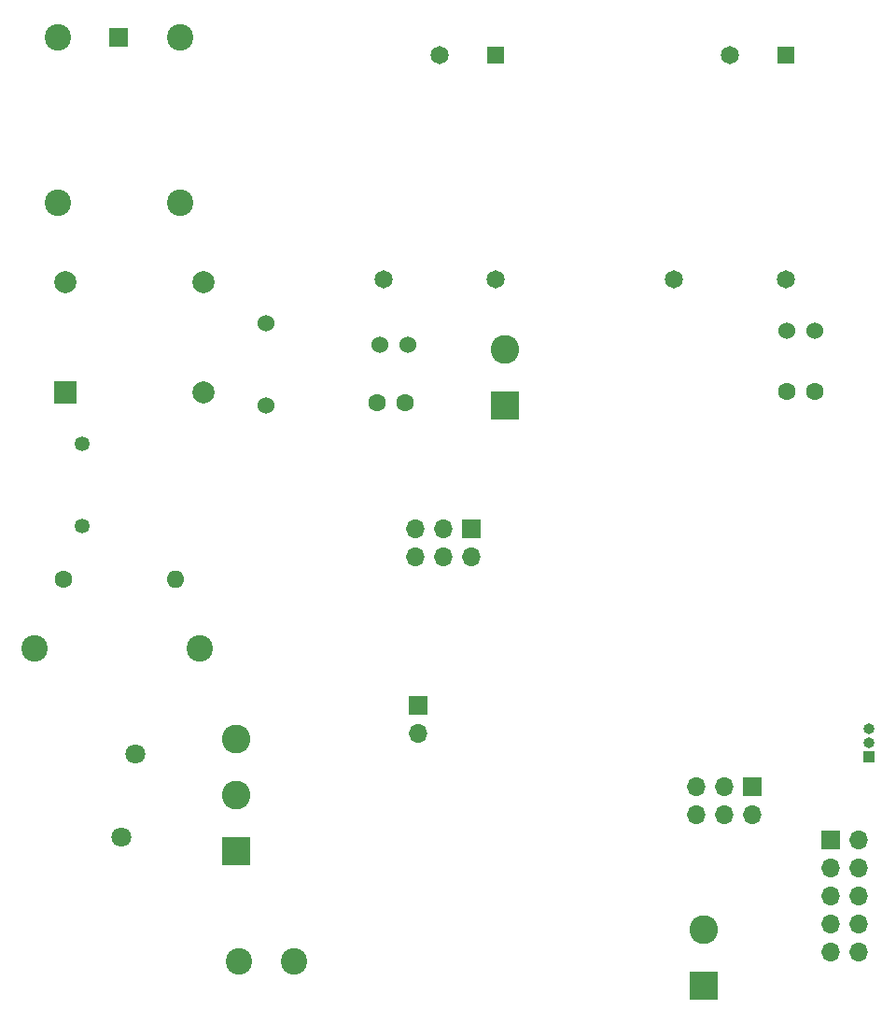
<source format=gbs>
%TF.GenerationSoftware,KiCad,Pcbnew,(6.0.1)*%
%TF.CreationDate,2022-08-06T00:30:52-06:00*%
%TF.ProjectId,main_board,6d61696e-5f62-46f6-9172-642e6b696361,1.4*%
%TF.SameCoordinates,Original*%
%TF.FileFunction,Soldermask,Bot*%
%TF.FilePolarity,Negative*%
%FSLAX46Y46*%
G04 Gerber Fmt 4.6, Leading zero omitted, Abs format (unit mm)*
G04 Created by KiCad (PCBNEW (6.0.1)) date 2022-08-06 00:30:52*
%MOMM*%
%LPD*%
G01*
G04 APERTURE LIST*
%ADD10R,1.650000X1.650000*%
%ADD11C,1.650000*%
%ADD12R,2.000000X2.000000*%
%ADD13C,2.000000*%
%ADD14C,1.524000*%
%ADD15R,1.700000X1.700000*%
%ADD16O,1.700000X1.700000*%
%ADD17C,1.800000*%
%ADD18R,1.000000X1.000000*%
%ADD19O,1.000000X1.000000*%
%ADD20C,2.600000*%
%ADD21R,2.600000X2.600000*%
%ADD22C,2.400000*%
%ADD23C,1.600000*%
%ADD24O,1.600000X1.600000*%
%ADD25C,1.350000*%
G04 APERTURE END LIST*
D10*
X104885000Y-65840000D03*
D11*
X99805000Y-65840000D03*
X94725000Y-86160000D03*
X104885000Y-86160000D03*
D12*
X65892500Y-96357500D03*
D13*
X65892500Y-86357500D03*
X78392500Y-96357500D03*
X78392500Y-86357500D03*
D14*
X94460000Y-92100000D03*
X97000000Y-92100000D03*
X133850000Y-90800000D03*
X131310000Y-90800000D03*
D15*
X102725000Y-108700000D03*
D16*
X102725000Y-111240000D03*
X100185000Y-108700000D03*
X100185000Y-111240000D03*
X97645000Y-108700000D03*
X97645000Y-111240000D03*
D17*
X70955000Y-136650000D03*
X72255000Y-129150000D03*
D16*
X97910000Y-127300000D03*
D15*
X97910000Y-124760000D03*
D18*
X138800000Y-129400000D03*
D19*
X138800000Y-128130000D03*
X138800000Y-126860000D03*
D15*
X128200000Y-132125000D03*
D16*
X128200000Y-134665000D03*
X125660000Y-132125000D03*
X125660000Y-134665000D03*
X123120000Y-132125000D03*
X123120000Y-134665000D03*
D20*
X123800000Y-145020000D03*
D21*
X123800000Y-150100000D03*
D15*
X135330000Y-136935000D03*
D16*
X137870000Y-136935000D03*
X135330000Y-139475000D03*
X137870000Y-139475000D03*
X135330000Y-142015000D03*
X137870000Y-142015000D03*
X135330000Y-144555000D03*
X137870000Y-144555000D03*
X135330000Y-147095000D03*
X137870000Y-147095000D03*
D22*
X81600000Y-147900000D03*
X86600000Y-147900000D03*
D23*
X133850000Y-96300000D03*
X131350000Y-96300000D03*
D22*
X63100000Y-119600000D03*
X78100000Y-119600000D03*
X76300000Y-79200000D03*
X76300000Y-64200000D03*
D15*
X70750000Y-64225000D03*
D20*
X105737500Y-92440000D03*
D21*
X105737500Y-97520000D03*
D22*
X65200000Y-64200000D03*
X65200000Y-79200000D03*
D10*
X131285000Y-65840000D03*
D11*
X126205000Y-65840000D03*
X121125000Y-86160000D03*
X131285000Y-86160000D03*
D14*
X84100000Y-97600000D03*
X84100000Y-90100000D03*
D23*
X65720000Y-113300000D03*
D24*
X75880000Y-113300000D03*
D25*
X67400000Y-108500000D03*
X67400000Y-101000000D03*
D20*
X81405000Y-127825000D03*
X81405000Y-132905000D03*
D21*
X81405000Y-137985000D03*
D23*
X96700000Y-97300000D03*
X94200000Y-97300000D03*
M02*

</source>
